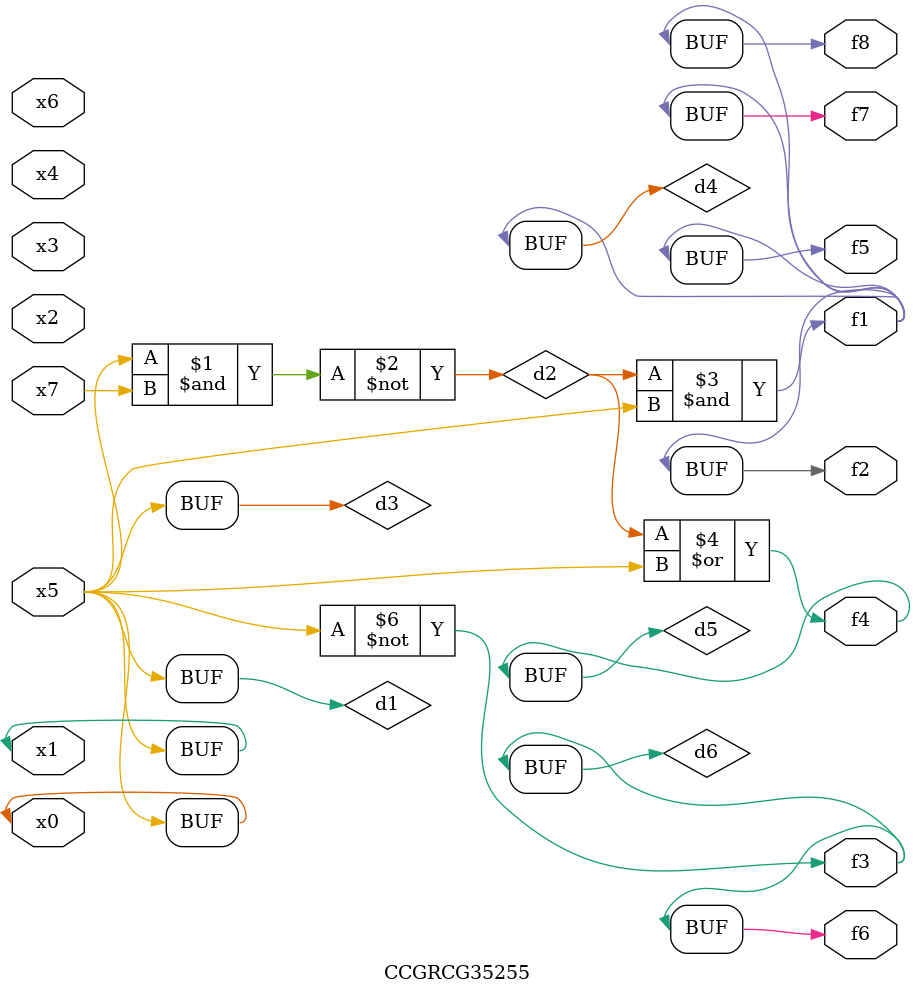
<source format=v>
module CCGRCG35255(
	input x0, x1, x2, x3, x4, x5, x6, x7,
	output f1, f2, f3, f4, f5, f6, f7, f8
);

	wire d1, d2, d3, d4, d5, d6;

	buf (d1, x0, x5);
	nand (d2, x5, x7);
	buf (d3, x0, x1);
	and (d4, d2, d3);
	or (d5, d2, d3);
	nor (d6, d1, d3);
	assign f1 = d4;
	assign f2 = d4;
	assign f3 = d6;
	assign f4 = d5;
	assign f5 = d4;
	assign f6 = d6;
	assign f7 = d4;
	assign f8 = d4;
endmodule

</source>
